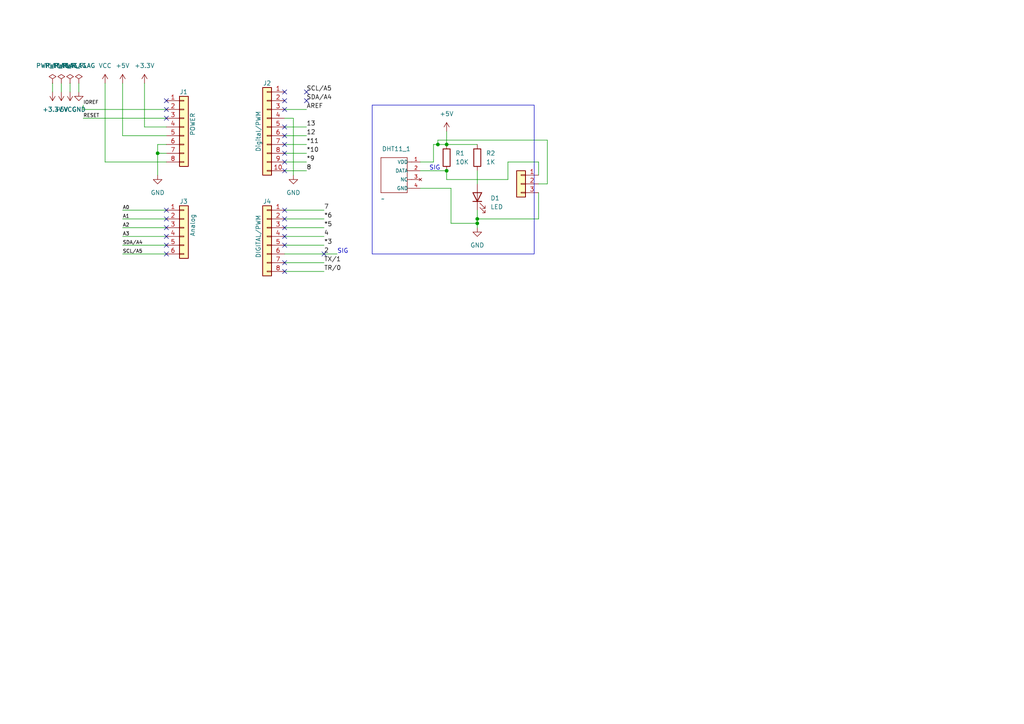
<source format=kicad_sch>
(kicad_sch (version 20230121) (generator eeschema)
  (paper "A4")
  (lib_symbols
    (symbol "Connector_Generic:Conn_01x03" (pin_names (offset 1.016) hide)
      (property "Reference" "J" (at 0 5.08 0))
      (property "Value" "Conn_01x03" (at 0 -5.08 0))
      (symbol "Conn_01x03_1_1"
        (rectangle (start -1.27 -2.413) (end 0 -2.667) (stroke (width 0.1524)))
        (rectangle (start -1.27 0.127) (end 0 -0.127) (stroke (width 0.1524)))
        (rectangle (start -1.27 2.667) (end 0 2.413) (stroke (width 0.1524)))
        (rectangle (start -1.27 3.81) (end 1.27 -3.81) (stroke (width 0.254)) (fill (type background)))
        (pin passive line (at -5.08 2.54 0) (length 3.81) (name "Pin_1") (number "1"))
        (pin passive line (at -5.08 0 0) (length 3.81) (name "Pin_2") (number "2"))
        (pin passive line (at -5.08 -2.54 0) (length 3.81) (name "Pin_3") (number "3"))
      )
    )
    (symbol "Connector_Generic:Conn_01x06" (pin_names (offset 1.016) hide)
      (property "Reference" "J" (at 0 7.62 0))
      (property "Value" "Conn_01x06" (at 0 -10.16 0))
      (symbol "Conn_01x06_1_1"
        (rectangle (start -1.27 -7.493) (end 0 -7.747) (stroke (width 0.1524)))
        (rectangle (start -1.27 -4.953) (end 0 -5.207) (stroke (width 0.1524)))
        (rectangle (start -1.27 -2.413) (end 0 -2.667) (stroke (width 0.1524)))
        (rectangle (start -1.27 0.127) (end 0 -0.127) (stroke (width 0.1524)))
        (rectangle (start -1.27 2.667) (end 0 2.413) (stroke (width 0.1524)))
        (rectangle (start -1.27 5.207) (end 0 4.953) (stroke (width 0.1524)))
        (rectangle (start -1.27 6.35) (end 1.27 -8.89) (stroke (width 0.254)) (fill (type background)))
        (pin passive line (at -5.08 5.08 0) (length 3.81) (name "Pin_1") (number "1"))
        (pin passive line (at -5.08 2.54 0) (length 3.81) (name "Pin_2") (number "2"))
        (pin passive line (at -5.08 0 0) (length 3.81) (name "Pin_3") (number "3"))
        (pin passive line (at -5.08 -2.54 0) (length 3.81) (name "Pin_4") (number "4"))
        (pin passive line (at -5.08 -5.08 0) (length 3.81) (name "Pin_5") (number "5"))
        (pin passive line (at -5.08 -7.62 0) (length 3.81) (name "Pin_6") (number "6"))
      )
    )
    (symbol "Connector_Generic:Conn_01x08" (pin_names (offset 1.016) hide)
      (property "Reference" "J" (at 0 10.16 0))
      (property "Value" "Conn_01x08" (at 0 -12.7 0))
      (symbol "Conn_01x08_1_1"
        (rectangle (start -1.27 -10.033) (end 0 -10.287) (stroke (width 0.1524)))
        (rectangle (start -1.27 -7.493) (end 0 -7.747) (stroke (width 0.1524)))
        (rectangle (start -1.27 -4.953) (end 0 -5.207) (stroke (width 0.1524)))
        (rectangle (start -1.27 -2.413) (end 0 -2.667) (stroke (width 0.1524)))
        (rectangle (start -1.27 0.127) (end 0 -0.127) (stroke (width 0.1524)))
        (rectangle (start -1.27 2.667) (end 0 2.413) (stroke (width 0.1524)))
        (rectangle (start -1.27 5.207) (end 0 4.953) (stroke (width 0.1524)))
        (rectangle (start -1.27 7.747) (end 0 7.493) (stroke (width 0.1524)))
        (rectangle (start -1.27 8.89) (end 1.27 -11.43) (stroke (width 0.254)) (fill (type background)))
        (pin passive line (at -5.08 7.62 0) (length 3.81) (name "Pin_1") (number "1"))
        (pin passive line (at -5.08 5.08 0) (length 3.81) (name "Pin_2") (number "2"))
        (pin passive line (at -5.08 2.54 0) (length 3.81) (name "Pin_3") (number "3"))
        (pin passive line (at -5.08 0 0) (length 3.81) (name "Pin_4") (number "4"))
        (pin passive line (at -5.08 -2.54 0) (length 3.81) (name "Pin_5") (number "5"))
        (pin passive line (at -5.08 -5.08 0) (length 3.81) (name "Pin_6") (number "6"))
        (pin passive line (at -5.08 -7.62 0) (length 3.81) (name "Pin_7") (number "7"))
        (pin passive line (at -5.08 -10.16 0) (length 3.81) (name "Pin_8") (number "8"))
      )
    )
    (symbol "Connector_Generic:Conn_01x10" (pin_names (offset 1.016) hide)
      (property "Reference" "J" (at 0 12.7 0))
      (property "Value" "Conn_01x10" (at 0 -15.24 0))
      (symbol "Conn_01x10_1_1"
        (rectangle (start -1.27 -12.573) (end 0 -12.827) (stroke (width 0.1524)))
        (rectangle (start -1.27 -10.033) (end 0 -10.287) (stroke (width 0.1524)))
        (rectangle (start -1.27 -7.493) (end 0 -7.747) (stroke (width 0.1524)))
        (rectangle (start -1.27 -4.953) (end 0 -5.207) (stroke (width 0.1524)))
        (rectangle (start -1.27 -2.413) (end 0 -2.667) (stroke (width 0.1524)))
        (rectangle (start -1.27 0.127) (end 0 -0.127) (stroke (width 0.1524)))
        (rectangle (start -1.27 2.667) (end 0 2.413) (stroke (width 0.1524)))
        (rectangle (start -1.27 5.207) (end 0 4.953) (stroke (width 0.1524)))
        (rectangle (start -1.27 7.747) (end 0 7.493) (stroke (width 0.1524)))
        (rectangle (start -1.27 10.287) (end 0 10.033) (stroke (width 0.1524)))
        (rectangle (start -1.27 11.43) (end 1.27 -13.97) (stroke (width 0.254)) (fill (type background)))
        (pin passive line (at -5.08 10.16 0) (length 3.81) (name "Pin_1") (number "1"))
        (pin passive line (at -5.08 -12.7 0) (length 3.81) (name "Pin_10") (number "10"))
        (pin passive line (at -5.08 7.62 0) (length 3.81) (name "Pin_2") (number "2"))
        (pin passive line (at -5.08 5.08 0) (length 3.81) (name "Pin_3") (number "3"))
        (pin passive line (at -5.08 2.54 0) (length 3.81) (name "Pin_4") (number "4"))
        (pin passive line (at -5.08 0 0) (length 3.81) (name "Pin_5") (number "5"))
        (pin passive line (at -5.08 -2.54 0) (length 3.81) (name "Pin_6") (number "6"))
        (pin passive line (at -5.08 -5.08 0) (length 3.81) (name "Pin_7") (number "7"))
        (pin passive line (at -5.08 -7.62 0) (length 3.81) (name "Pin_8") (number "8"))
        (pin passive line (at -5.08 -10.16 0) (length 3.81) (name "Pin_9") (number "9"))
      )
    )
    (symbol "Device:LED" (pin_numbers hide) (pin_names (offset 1.016) hide)
      (property "Reference" "D" (at 0 2.54 0))
      (property "Value" "LED" (at 0 -2.54 0))
      (symbol "LED_0_1"
        (polyline (pts (xy -1.27 -1.27) (xy -1.27 1.27)) (stroke (width 0.254)))
        (polyline (pts (xy -1.27 0) (xy 1.27 0)))
        (polyline (pts (xy 1.27 -1.27) (xy 1.27 1.27) (xy -1.27 0) (xy 1.27 -1.27)) (stroke (width 0.254)))
        (polyline (pts (xy -3.048 -0.762) (xy -4.572 -2.286) (xy -3.81 -2.286) (xy -4.572 -2.286) (xy -4.572 -1.524)))
        (polyline (pts (xy -1.778 -0.762) (xy -3.302 -2.286) (xy -2.54 -2.286) (xy -3.302 -2.286) (xy -3.302 -1.524)))
      )
      (symbol "LED_1_1"
        (pin passive line (at -3.81 0 0) (length 2.54) (name "K") (number "1"))
        (pin passive line (at 3.81 0 180) (length 2.54) (name "A") (number "2"))
      )
    )
    (symbol "Device:R" (pin_numbers hide) (pin_names (offset 0))
      (property "Reference" "R" (at 2.032 0 90))
      (property "Value" "R" (at 0 0 90))
      (symbol "R_0_1"
        (rectangle (start -1.016 -2.54) (end 1.016 2.54) (stroke (width 0.254)))
      )
      (symbol "R_1_1"
        (pin passive line (at 0 3.81 270) (length 1.27) (name "~") (number "1"))
        (pin passive line (at 0 -3.81 90) (length 1.27) (name "~") (number "2"))
      )
    )
    (symbol "TEM-HUM-DHT11_4P-15.5X12.0MM_:TEM-HUM-DHT11_4P-15.5X12.0MM_" (pin_names (offset 1.016))
      (property "Reference" "DHT11_" (at -3.81 5.08 0))
      (symbol "TEM-HUM-DHT11_4P-15.5X12.0MM__0_0"
        (polyline (pts (xy -3.81 -5.08) (xy -3.81 5.08)) (stroke (width 0.1524)))
        (polyline (pts (xy -3.81 5.08) (xy 3.81 5.08)) (stroke (width 0.1524)))
        (polyline (pts (xy 3.81 -5.08) (xy -3.81 -5.08)) (stroke (width 0.1524)))
        (polyline (pts (xy 3.81 -3.81) (xy 3.81 -5.08)) (stroke (width 0.1524)))
        (polyline (pts (xy 3.81 -1.27) (xy 3.81 -3.81)) (stroke (width 0.1524)))
        (polyline (pts (xy 3.81 1.27) (xy 3.81 -1.27)) (stroke (width 0.1524)))
        (polyline (pts (xy 3.81 3.81) (xy 3.81 1.27)) (stroke (width 0.1524)))
        (polyline (pts (xy 3.81 5.08) (xy 3.81 3.81)) (stroke (width 0.1524)))
        (polyline (pts (xy 5.08 -3.81) (xy 3.81 -3.81)) (stroke (width 0.1524)))
        (polyline (pts (xy 5.08 -1.27) (xy 3.81 -1.27)) (stroke (width 0.1524)))
        (polyline (pts (xy 5.08 1.27) (xy 3.81 1.27)) (stroke (width 0.1524)))
        (polyline (pts (xy 5.08 3.81) (xy 3.81 3.81)) (stroke (width 0.1524)))
        (pin power_in line (at 7.62 3.81 180) (length 2.54) (name "VDD") (number "1"))
        (pin bidirectional line (at 7.62 1.27 180) (length 2.54) (name "DATA") (number "2"))
        (pin no_connect line (at 7.62 -1.27 180) (length 2.54) (name "NC") (number "3"))
        (pin power_in line (at 7.62 -3.81 180) (length 2.54) (name "GND") (number "4"))
      )
    )
    (symbol "power:+3.3V" (power) (pin_names (offset 0))
      (property "Value" "+3.3V" (at 0 3.556 0))
      (symbol "+3.3V_0_1"
        (polyline (pts (xy -0.762 1.27) (xy 0 2.54)))
        (polyline (pts (xy 0 0) (xy 0 2.54)))
        (polyline (pts (xy 0 2.54) (xy 0.762 1.27)))
      )
      (symbol "+3.3V_1_1"
        (pin power_in line (at 0 0 90) (length 0) hide (name "+3.3V") (number "1"))
      )
    )
    (symbol "power:+5V" (power) (pin_names (offset 0))
      (property "Value" "+5V" (at 0 3.556 0))
      (symbol "+5V_0_1"
        (polyline (pts (xy -0.762 1.27) (xy 0 2.54)))
        (polyline (pts (xy 0 0) (xy 0 2.54)))
        (polyline (pts (xy 0 2.54) (xy 0.762 1.27)))
      )
      (symbol "+5V_1_1"
        (pin power_in line (at 0 0 90) (length 0) hide (name "+5V") (number "1"))
      )
    )
    (symbol "power:GND" (power) (pin_names (offset 0))
      (property "Value" "GND" (at 0 -3.81 0))
      (symbol "GND_0_1"
        (polyline (pts (xy 0 0) (xy 0 -1.27) (xy 1.27 -1.27) (xy 0 -2.54) (xy -1.27 -1.27) (xy 0 -1.27)))
      )
      (symbol "GND_1_1"
        (pin power_in line (at 0 0 270) (length 0) hide (name "GND") (number "1"))
      )
    )
    (symbol "power:PWR_FLAG" (power) (pin_numbers hide) (pin_names (offset 0) hide)
      (property "Value" "PWR_FLAG" (at 0 3.81 0))
      (symbol "PWR_FLAG_0_0"
        (pin power_out line (at 0 0 90) (length 0) (name "pwr") (number "1"))
      )
      (symbol "PWR_FLAG_0_1"
        (polyline (pts (xy 0 0) (xy 0 1.27) (xy -1.016 1.905) (xy 0 2.54) (xy 1.016 1.905) (xy 0 1.27)))
      )
    )
    (symbol "power:VCC" (power) (pin_names (offset 0))
      (property "Value" "VCC" (at 0 3.81 0))
      (symbol "VCC_0_1"
        (polyline (pts (xy -0.762 1.27) (xy 0 2.54)))
        (polyline (pts (xy 0 0) (xy 0 2.54)))
        (polyline (pts (xy 0 2.54) (xy 0.762 1.27)))
      )
      (symbol "VCC_1_1"
        (pin power_in line (at 0 0 90) (length 0) hide (name "VCC") (number "1"))
      )
    )
  )
  (junction (at 129.54 41.91))
  (junction (at 127 41.91))
  (junction (at 45.72 44.45))
  (junction (at 138.43 64.77))
  (junction (at 138.43 63.5))
  (junction (at 129.54 49.53))
  (no_connect (at 48.26 63.5))
  (no_connect (at 88.9 26.67))
  (no_connect (at 82.55 41.91))
  (no_connect (at 48.26 60.96))
  (no_connect (at 82.55 63.5))
  (no_connect (at 82.55 78.74))
  (no_connect (at 82.55 49.53))
  (no_connect (at 48.26 71.12))
  (no_connect (at 48.26 31.75))
  (no_connect (at 82.55 71.12))
  (no_connect (at 88.9 29.21))
  (no_connect (at 82.55 60.96))
  (no_connect (at 48.26 34.29))
  (no_connect (at 82.55 36.83))
  (no_connect (at 48.26 66.04))
  (no_connect (at 82.55 68.58))
  (no_connect (at 93.98 73.66))
  (no_connect (at 82.55 66.04))
  (no_connect (at 82.55 26.67))
  (no_connect (at 82.55 46.99))
  (no_connect (at 48.26 73.66))
  (no_connect (at 48.26 68.58))
  (no_connect (at 82.55 44.45))
  (no_connect (at 82.55 31.75))
  (no_connect (at 48.26 29.21))
  (no_connect (at 82.55 29.21))
  (no_connect (at 82.55 76.2))
  (no_connect (at 82.55 39.37))
  (wire (pts (xy 82.55 34.29) (xy 85.09 34.29)))
  (wire (pts (xy 30.48 46.99) (xy 48.26 46.99)))
  (wire (pts (xy 82.55 66.04) (xy 93.98 66.04)))
  (wire (pts (xy 121.92 49.53) (xy 129.54 49.53)))
  (wire (pts (xy 156.21 53.34) (xy 158.75 53.34)))
  (wire (pts (xy 35.56 71.12) (xy 48.26 71.12)))
  (wire (pts (xy 129.54 49.53) (xy 129.54 52.07)))
  (wire (pts (xy 35.56 73.66) (xy 48.26 73.66)))
  (wire (pts (xy 15.24 24.13) (xy 15.24 26.67)))
  (wire (pts (xy 48.26 41.91) (xy 45.72 41.91)))
  (wire (pts (xy 125.73 46.99) (xy 125.73 41.91)))
  (wire (pts (xy 41.91 36.83) (xy 48.26 36.83)))
  (wire (pts (xy 156.21 63.5) (xy 138.43 63.5)))
  (wire (pts (xy 22.86 24.13) (xy 22.86 26.67)))
  (wire (pts (xy 129.54 52.07) (xy 147.32 52.07)))
  (wire (pts (xy 82.55 68.58) (xy 93.98 68.58)))
  (wire (pts (xy 82.55 60.96) (xy 93.98 60.96)))
  (wire (pts (xy 138.43 41.91) (xy 129.54 41.91)))
  (wire (pts (xy 82.55 63.5) (xy 93.98 63.5)))
  (wire (pts (xy 45.72 44.45) (xy 45.72 50.8)))
  (wire (pts (xy 147.32 52.07) (xy 147.32 46.99)))
  (wire (pts (xy 24.13 34.29) (xy 48.26 34.29)))
  (wire (pts (xy 82.55 36.83) (xy 88.9 36.83)))
  (wire (pts (xy 85.09 34.29) (xy 85.09 50.8)))
  (wire (pts (xy 24.13 31.75) (xy 24.13 30.48)))
  (wire (pts (xy 138.43 64.77) (xy 138.43 66.04)))
  (wire (pts (xy 121.92 54.61) (xy 130.81 54.61)))
  (wire (pts (xy 82.55 78.74) (xy 93.98 78.74)))
  (wire (pts (xy 82.55 44.45) (xy 88.9 44.45)))
  (wire (pts (xy 35.56 68.58) (xy 48.26 68.58)))
  (wire (pts (xy 45.72 44.45) (xy 48.26 44.45)))
  (wire (pts (xy 156.21 46.99) (xy 156.21 50.8)))
  (wire (pts (xy 82.55 41.91) (xy 88.9 41.91)))
  (wire (pts (xy 82.55 46.99) (xy 88.9 46.99)))
  (wire (pts (xy 82.55 73.66) (xy 97.79 73.66)))
  (wire (pts (xy 127 41.91) (xy 129.54 41.91)))
  (wire (pts (xy 138.43 49.53) (xy 138.43 53.34)))
  (wire (pts (xy 82.55 31.75) (xy 88.9 31.75)))
  (wire (pts (xy 82.55 49.53) (xy 88.9 49.53)))
  (wire (pts (xy 35.56 24.13) (xy 35.56 39.37)))
  (wire (pts (xy 130.81 64.77) (xy 138.43 64.77)))
  (wire (pts (xy 156.21 55.88) (xy 156.21 63.5)))
  (wire (pts (xy 130.81 54.61) (xy 130.81 64.77)))
  (wire (pts (xy 82.55 76.2) (xy 93.98 76.2)))
  (wire (pts (xy 48.26 31.75) (xy 24.13 31.75)))
  (wire (pts (xy 138.43 60.96) (xy 138.43 63.5)))
  (wire (pts (xy 35.56 66.04) (xy 48.26 66.04)))
  (wire (pts (xy 121.92 46.99) (xy 125.73 46.99)))
  (wire (pts (xy 82.55 71.12) (xy 93.98 71.12)))
  (wire (pts (xy 35.56 63.5) (xy 48.26 63.5)))
  (wire (pts (xy 45.72 41.91) (xy 45.72 44.45)))
  (wire (pts (xy 20.32 24.13) (xy 20.32 26.67)))
  (wire (pts (xy 35.56 39.37) (xy 48.26 39.37)))
  (wire (pts (xy 125.73 41.91) (xy 127 41.91)))
  (wire (pts (xy 147.32 46.99) (xy 156.21 46.99)))
  (wire (pts (xy 129.54 38.1) (xy 129.54 41.91)))
  (wire (pts (xy 17.78 24.13) (xy 17.78 26.67)))
  (wire (pts (xy 41.91 24.13) (xy 41.91 36.83)))
  (wire (pts (xy 158.75 40.64) (xy 127 40.64)))
  (wire (pts (xy 138.43 63.5) (xy 138.43 64.77)))
  (wire (pts (xy 158.75 53.34) (xy 158.75 40.64)))
  (wire (pts (xy 82.55 39.37) (xy 88.9 39.37)))
  (wire (pts (xy 127 40.64) (xy 127 41.91)))
  (wire (pts (xy 35.56 60.96) (xy 48.26 60.96)))
  (wire (pts (xy 30.48 24.13) (xy 30.48 46.99)))
  (rectangle (start 107.95 30.48) (end 154.94 73.66))
  (text "SIG" (at 124.46 49.53 0) (effects (font (size 1.27 1.27)) (justify left bottom)))
  (text "SIG" (at 97.79 73.66 0) (effects (font (size 1.27 1.27)) (justify left bottom)))
  (label "TX{slash}1" (at 93.98 76.2 0))
  (label "12" (at 88.9 39.37 0))
  (label "SCL{slash}A5" (at 35.56 73.66 0) (effects (font (size 1 1))))
  (label "SCL{slash}A5" (at 88.9 26.67 0))
  (label "A0" (at 35.56 60.96 0) (effects (font (size 1 1))))
  (label "*11" (at 88.9 41.91 0))
  (label "2" (at 93.98 73.66 0))
  (label "A2" (at 35.56 66.04 0) (effects (font (size 1 1))))
  (label "8" (at 88.9 49.53 0))
  (label "TR{slash}0" (at 93.98 78.74 0))
  (label "*6" (at 93.98 63.5 0))
  (label "A1" (at 35.56 63.5 0) (effects (font (size 1 1))))
  (label "*5" (at 93.98 66.04 0))
  (label "AREF" (at 88.9 31.75 0))
  (label "SDA{slash}A4" (at 35.56 71.12 0) (effects (font (size 1 1))))
  (label "RESET" (at 24.13 34.29 0) (effects (font (size 1 1))))
  (label "7" (at 93.98 60.96 0))
  (label "*9" (at 88.9 46.99 0))
  (label "*10" (at 88.9 44.45 0))
  (label "4" (at 93.98 68.58 0))
  (label "SDA{slash}A4" (at 88.9 29.21 0))
  (label "A3" (at 35.56 68.58 0) (effects (font (size 1 1))))
  (label "*3" (at 93.98 71.12 0))
  (label "13" (at 88.9 36.83 0))
  (label "IOREF" (at 24.13 30.48 0) (effects (font (size 1 1))))
  (symbol (lib_id "Connector_Generic:Conn_01x08") (at 53.34 36.83 0) (unit 1)
    (property "Reference" "J1" (at 52.07 26.67 0) (effects (justify left)))
    (property "Value" "POWER" (at 55.88 39.37 90) (effects (justify left)))
  )
  (symbol (lib_id "power:GND") (at 138.43 66.04 0) (unit 1)
    (property "Reference" "#PWR07" (effects hide))
    (property "Value" "GND" (at 138.43 71.12 0))
  )
  (symbol (lib_id "Connector_Generic:Conn_01x03") (at 151.13 53.34 0) (mirror y) (unit 1)
    (property "Reference" "u1" (effects hide))
    (property "Value" "Conn_01x03" (effects hide))
    (property "Footprint" "Connector_PinHeader_2.54mm:PinHeader_1x03_P2.54mm_Horizontal" (effects hide))
  )
  (symbol (lib_id "Device:R") (at 129.54 45.72 0) (unit 1)
    (property "Reference" "R1" (at 132.08 44.45 0) (effects (justify left)))
    (property "Value" "10K" (at 132.08 46.99 0) (effects (justify left)))
    (property "Footprint" "Resistor_SMD:R_0603_1608Metric" (effects hide))
  )
  (symbol (lib_id "TEM-HUM-DHT11_4P-15.5X12.0MM_:TEM-HUM-DHT11_4P-15.5X12.0MM_") (at 114.3 50.8 0) (unit 1)
    (property "Reference" "DHT11_1" (at 114.935 43.18 0))
    (property "Value" "~" (at 110.49 58.42 0) (effects (justify left bottom)))
    (property "Footprint" "MYFOOTPRINTS:SNR4-2.54-15.5X12.0X5.5MM" (effects hide))
  )
  (symbol (lib_id "power:VCC") (at 30.48 24.13 0) (unit 1)
    (property "Reference" "#PWR01" (effects hide))
    (property "Value" "VCC" (at 30.48 19.05 0))
  )
  (symbol (lib_id "power:+3.3V") (at 15.24 26.67 180) (unit 1)
    (property "Reference" "#PWR010" (effects hide))
    (property "Value" "+3.3V" (at 15.24 31.75 0))
  )
  (symbol (lib_id "Connector_Generic:Conn_01x08") (at 77.47 68.58 0) (mirror y) (unit 1)
    (property "Reference" "J4" (at 77.47 58.42 0))
    (property "Value" "DIGITAL/PWM" (at 74.93 68.58 90))
  )
  (symbol (lib_id "power:PWR_FLAG") (at 15.24 24.13 0) (unit 1)
    (property "Reference" "#FLG01" (effects hide))
    (property "Value" "PWR_FLAG" (at 15.24 19.05 0))
  )
  (symbol (lib_id "power:+5V") (at 35.56 24.13 0) (unit 1)
    (property "Reference" "#PWR02" (effects hide))
    (property "Value" "+5V" (at 35.56 19.05 0))
  )
  (symbol (lib_id "power:GND") (at 45.72 50.8 0) (unit 1)
    (property "Reference" "#PWR04" (effects hide))
    (property "Value" "GND" (at 45.72 55.88 0))
  )
  (symbol (lib_id "power:PWR_FLAG") (at 17.78 24.13 0) (unit 1)
    (property "Reference" "#FLG04" (effects hide))
    (property "Value" "PWR_FLAG" (at 17.78 19.05 0))
  )
  (symbol (lib_id "Connector_Generic:Conn_01x06") (at 53.34 66.04 0) (unit 1)
    (property "Reference" "J3" (at 52.07 58.42 0) (effects (justify left)))
    (property "Value" "Analog" (at 55.88 68.58 90) (effects (justify left)))
  )
  (symbol (lib_id "power:PWR_FLAG") (at 20.32 24.13 0) (unit 1)
    (property "Reference" "#FLG02" (effects hide))
    (property "Value" "PWR_FLAG" (at 20.32 19.05 0))
  )
  (symbol (lib_id "power:GND") (at 85.09 50.8 0) (unit 1)
    (property "Reference" "#PWR05" (effects hide))
    (property "Value" "GND" (at 85.09 55.88 0))
  )
  (symbol (lib_id "power:GND") (at 22.86 26.67 0) (unit 1)
    (property "Reference" "#PWR011" (effects hide))
    (property "Value" "GND" (at 22.86 31.75 0))
  )
  (symbol (lib_id "power:+3.3V") (at 41.91 24.13 0) (unit 1)
    (property "Reference" "#PWR03" (effects hide))
    (property "Value" "+3.3V" (at 41.91 19.05 0))
  )
  (symbol (lib_id "power:VCC") (at 20.32 26.67 180) (unit 1)
    (property "Reference" "#PWR08" (effects hide))
    (property "Value" "VCC" (at 20.32 31.75 0))
  )
  (symbol (lib_id "power:+5V") (at 17.78 26.67 180) (unit 1)
    (property "Reference" "#PWR09" (effects hide))
    (property "Value" "+5V" (at 17.78 31.75 0))
  )
  (symbol (lib_id "Device:R") (at 138.43 45.72 0) (unit 1)
    (property "Reference" "R2" (at 140.97 44.45 0) (effects (justify left)))
    (property "Value" "1K" (at 140.97 46.99 0) (effects (justify left)))
    (property "Footprint" "Resistor_SMD:R_0603_1608Metric" (effects hide))
  )
  (symbol (lib_id "Device:LED") (at 138.43 57.15 90) (unit 1)
    (property "Reference" "D1" (at 142.24 57.4675 90) (effects (justify right)))
    (property "Value" "LED" (at 142.24 60.0075 90) (effects (justify right)))
    (property "Footprint" "LED_THT:LED_D4.0mm" (effects hide))
  )
  (symbol (lib_id "power:PWR_FLAG") (at 22.86 24.13 0) (unit 1)
    (property "Reference" "#FLG03" (effects hide))
    (property "Value" "PWR_FLAG" (at 22.86 19.05 0))
  )
  (symbol (lib_id "power:+5V") (at 129.54 38.1 0) (unit 1)
    (property "Reference" "#PWR06" (effects hide))
    (property "Value" "+5V" (at 129.54 33.02 0))
  )
  (symbol (lib_id "Connector_Generic:Conn_01x10") (at 77.47 36.83 0) (mirror y) (unit 1)
    (property "Reference" "J2" (at 77.47 24.13 0))
    (property "Value" "Digital/PWM" (at 74.93 38.1 90))
  )
)
</source>
